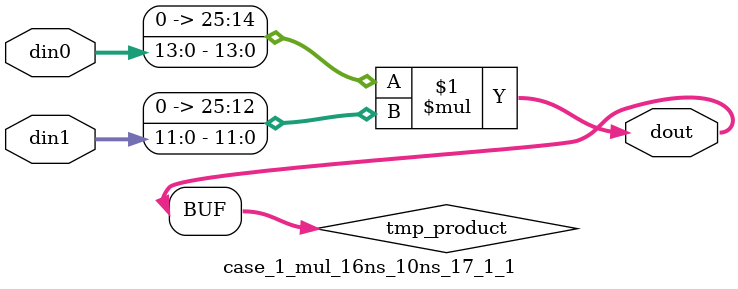
<source format=v>

`timescale 1 ns / 1 ps

 (* use_dsp = "no" *)  module case_1_mul_16ns_10ns_17_1_1(din0, din1, dout);
parameter ID = 1;
parameter NUM_STAGE = 0;
parameter din0_WIDTH = 14;
parameter din1_WIDTH = 12;
parameter dout_WIDTH = 26;

input [din0_WIDTH - 1 : 0] din0; 
input [din1_WIDTH - 1 : 0] din1; 
output [dout_WIDTH - 1 : 0] dout;

wire signed [dout_WIDTH - 1 : 0] tmp_product;
























assign tmp_product = $signed({1'b0, din0}) * $signed({1'b0, din1});











assign dout = tmp_product;





















endmodule

</source>
